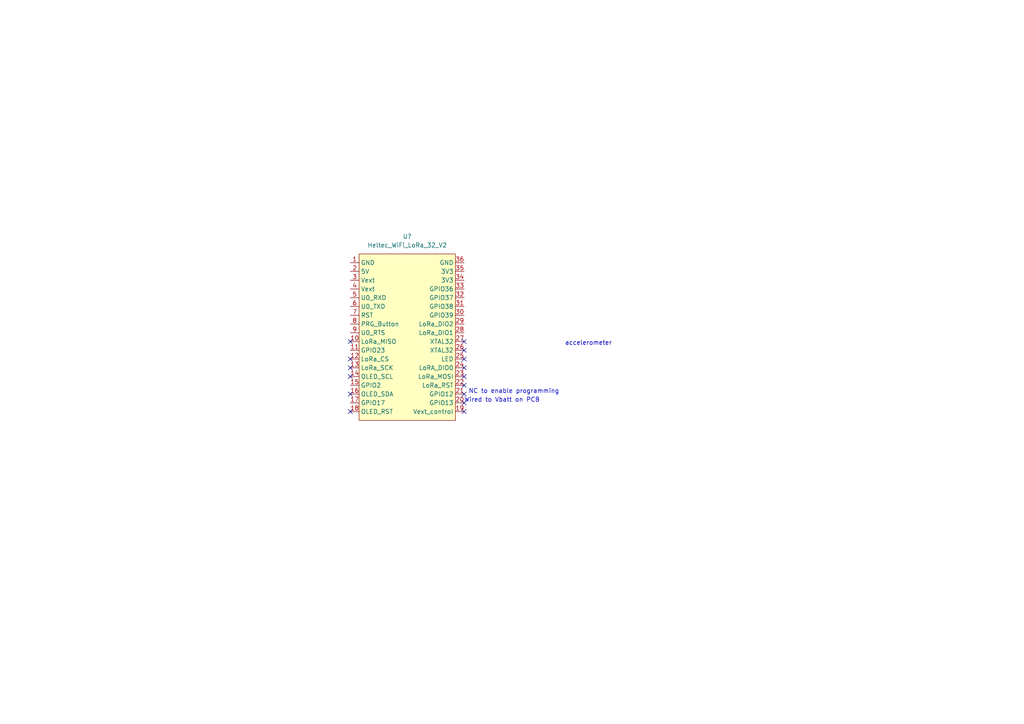
<source format=kicad_sch>
(kicad_sch (version 20211123) (generator eeschema)
  (paper "A4")
  (lib_symbols
    (symbol "enduro-libs:Heltec_WiFi_LoRa_32_V2"
      (property "Reference" "U" (at 0 25.4 0))
      (property "Value" "Heltec_WiFi_LoRa_32_V2" (at 0 22.86 0))
      (symbol "Heltec_WiFi_LoRa_32_V2_0_1"
        (rectangle (start -13.97 21.59) (end 13.97 -26.67) (fill (type background)))
      )
      (symbol "Heltec_WiFi_LoRa_32_V2_1_1"
        (pin bidirectional line (at -16.51 19.05 0) (length 2.54) (name "GND") (number "1"))
        (pin bidirectional line (at -16.51 -3.81 0) (length 2.54) (name "GPIO19") (number "10") (alternate "LoRa_MISO" bidirectional line))
        (pin bidirectional line (at -16.51 -6.35 0) (length 2.54) (name "GPIO23") (number "11"))
        (pin bidirectional line (at -16.51 -8.89 0) (length 2.54) (name "GPIO18") (number "12") (alternate "LoRa_CS" output line))
        (pin bidirectional line (at -16.51 -11.43 0) (length 2.54) (name "GPIO5") (number "13") (alternate "LoRa_SCK" bidirectional line))
        (pin bidirectional line (at -16.51 -13.97 0) (length 2.54) (name "GPIO15") (number "14") (alternate "OLED_SCL" output line))
        (pin bidirectional line (at -16.51 -16.51 0) (length 2.54) (name "GPIO2") (number "15"))
        (pin bidirectional line (at -16.51 -19.05 0) (length 2.54) (name "GPIO4") (number "16") (alternate "OLED_SDA" output line))
        (pin bidirectional line (at -16.51 -21.59 0) (length 2.54) (name "GPIO17") (number "17"))
        (pin bidirectional line (at -16.51 -24.13 0) (length 2.54) (name "GPIO16") (number "18") (alternate "OLED_RST" bidirectional line))
        (pin bidirectional line (at 16.51 -24.13 180) (length 2.54) (name "GPIO11") (number "19") (alternate "Vext control" input line))
        (pin bidirectional line (at -16.51 16.51 0) (length 2.54) (name "5V") (number "2"))
        (pin bidirectional line (at 16.51 -21.59 180) (length 2.54) (name "GPIO13") (number "20"))
        (pin bidirectional line (at 16.51 -19.05 180) (length 2.54) (name "GPIO12") (number "21"))
        (pin bidirectional line (at 16.51 -16.51 180) (length 2.54) (name "GPIO14") (number "22") (alternate "LoRa_RST" output line))
        (pin bidirectional line (at 16.51 -13.97 180) (length 2.54) (name "GPIO27") (number "23") (alternate "LoRa_MOSI" bidirectional line))
        (pin bidirectional line (at 16.51 -11.43 180) (length 2.54) (name "GPIO26") (number "24") (alternate "LoRA_DIO0" output line))
        (pin bidirectional line (at 16.51 -8.89 180) (length 2.54) (name "GPIO25") (number "25") (alternate "LED" output line))
        (pin bidirectional line (at 16.51 -6.35 180) (length 2.54) (name "GPIO33") (number "26") (alternate "XTAL32" input line))
        (pin bidirectional line (at 16.51 -3.81 180) (length 2.54) (name "GPIO32") (number "27") (alternate "XTAL32" input line))
        (pin bidirectional line (at 16.51 -1.27 180) (length 2.54) (name "GPIO35") (number "28") (alternate "LoRa DIO1" bidirectional line))
        (pin bidirectional line (at 16.51 1.27 180) (length 2.54) (name "GPIO34") (number "29") (alternate "LoRa DIO2" bidirectional line))
        (pin bidirectional line (at -16.51 13.97 0) (length 2.54) (name "Vext") (number "3"))
        (pin bidirectional line (at 16.51 3.81 180) (length 2.54) (name "GPIO39") (number "30"))
        (pin bidirectional line (at 16.51 6.35 180) (length 2.54) (name "GPIO38") (number "31"))
        (pin bidirectional line (at 16.51 8.89 180) (length 2.54) (name "GPIO37") (number "32"))
        (pin bidirectional line (at 16.51 11.43 180) (length 2.54) (name "GPIO36") (number "33"))
        (pin bidirectional line (at 16.51 13.97 180) (length 2.54) (name "3V3") (number "34"))
        (pin bidirectional line (at 16.51 16.51 180) (length 2.54) (name "3V3") (number "35"))
        (pin bidirectional line (at 16.51 19.05 180) (length 2.54) (name "GND") (number "36"))
        (pin bidirectional line (at -16.51 11.43 0) (length 2.54) (name "Vext") (number "4"))
        (pin bidirectional line (at -16.51 8.89 0) (length 2.54) (name "GPIO3") (number "5") (alternate "U0_RXD" input line))
        (pin bidirectional line (at -16.51 6.35 0) (length 2.54) (name "GPIO1") (number "6") (alternate "U0_TXD" input line))
        (pin input line (at -16.51 3.81 0) (length 2.54) (name "RST") (number "7"))
        (pin bidirectional line (at -16.51 1.27 0) (length 2.54) (name "GPIO0") (number "8") (alternate "PRG Button" input line))
        (pin bidirectional line (at -16.51 -1.27 0) (length 2.54) (name "GPIO22") (number "9") (alternate "U0_RTS" input line))
      )
    )
  )
  (no_connect (at 134.62 106.68))
  (no_connect (at 134.62 99.06))
  (no_connect (at 134.62 101.6))
  (no_connect (at 134.62 116.84))
  (no_connect (at 134.62 111.76))
  (no_connect (at 101.6 119.38))
  (no_connect (at 101.6 99.06))
  (no_connect (at 101.6 114.3))
  (no_connect (at 101.6 104.14))
  (no_connect (at 101.6 106.68))
  (no_connect (at 134.62 114.3))
  (no_connect (at 134.62 104.14))
  (no_connect (at 134.62 119.38))
  (no_connect (at 101.6 109.22))
  (no_connect (at 134.62 109.22))
  (text "Wired to Vbatt on PCB" (at 134.62 116.84 0) (effects (font (size 1.27 1.27)) (justify left bottom)))
  (text "NC to enable programming" (at 135.89 114.3 0) (effects (font (size 1.27 1.27)) (justify left bottom)))
  (text "accelerometer" (at 163.83 100.33 0) (effects (font (size 1.27 1.27)) (justify left bottom)))
  (symbol (lib_id "enduro-libs:Heltec_WiFi_LoRa_32_V2") (at 118.11 95.25 0) (unit 1)
    (property "Reference" "U?" (at 118.11 68.58 0))
    (property "Value" "Heltec_WiFi_LoRa_32_V2" (at 118.11 71.12 0))
    (pin "10" (alternate "LoRa_MISO"))
    (pin "12" (alternate "LoRa_CS"))
    (pin "13" (alternate "LoRa_SCK"))
    (pin "14" (alternate "OLED_SCL"))
    (pin "16" (alternate "OLED_SDA"))
    (pin "18" (alternate "OLED_RST"))
    (pin "19" (alternate "Vext control"))
    (pin "22" (alternate "LoRa_RST"))
    (pin "23" (alternate "LoRa_MOSI"))
    (pin "24" (alternate "LoRA_DIO0"))
    (pin "25" (alternate "LED"))
    (pin "26" (alternate "XTAL32"))
    (pin "27" (alternate "XTAL32"))
    (pin "28" (alternate "LoRa DIO1"))
    (pin "29" (alternate "LoRa DIO2"))
    (pin "5" (alternate "U0_RXD"))
    (pin "6" (alternate "U0_TXD"))
    (pin "8" (alternate "PRG Button"))
    (pin "9" (alternate "U0_RTS"))
  )
)
</source>
